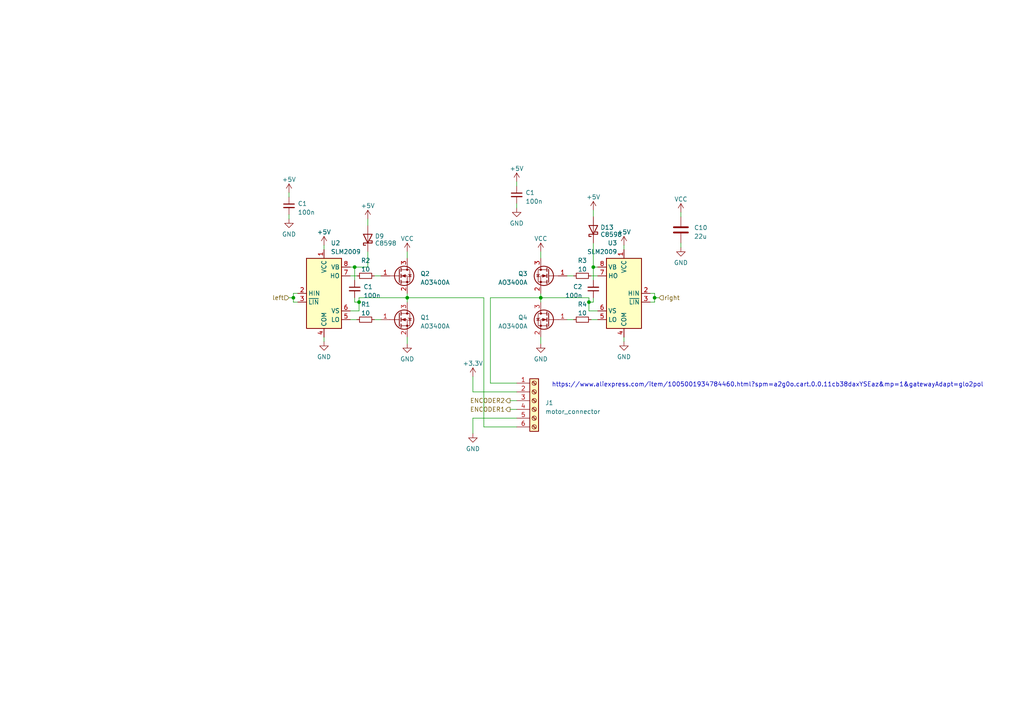
<source format=kicad_sch>
(kicad_sch (version 20230121) (generator eeschema)
  (paper "A4")
  (lib_symbols
    (symbol "Connector:Screw_Terminal_01x06" (pin_names (offset 1.016) hide)
      (property "Reference" "J" (at 0 7.62 0))
      (property "Value" "Screw_Terminal_01x06" (at 0 -10.16 0))
      (symbol "Screw_Terminal_01x06_1_1"
        (rectangle (start -1.27 6.35) (end 1.27 -8.89) (stroke (width 0.254)) (fill (type background)))
        (circle (center 0 -7.62) (radius 0.635) (stroke (width 0.1524)))
        (circle (center 0 -5.08) (radius 0.635) (stroke (width 0.1524)))
        (circle (center 0 -2.54) (radius 0.635) (stroke (width 0.1524)))
        (polyline (pts (xy -0.5334 -7.2898) (xy 0.3302 -8.128)) (stroke (width 0.1524)))
        (polyline (pts (xy -0.5334 -4.7498) (xy 0.3302 -5.588)) (stroke (width 0.1524)))
        (polyline (pts (xy -0.5334 -2.2098) (xy 0.3302 -3.048)) (stroke (width 0.1524)))
        (polyline (pts (xy -0.5334 0.3302) (xy 0.3302 -0.508)) (stroke (width 0.1524)))
        (polyline (pts (xy -0.5334 2.8702) (xy 0.3302 2.032)) (stroke (width 0.1524)))
        (polyline (pts (xy -0.5334 5.4102) (xy 0.3302 4.572)) (stroke (width 0.1524)))
        (polyline (pts (xy -0.3556 -7.112) (xy 0.508 -7.9502)) (stroke (width 0.1524)))
        (polyline (pts (xy -0.3556 -4.572) (xy 0.508 -5.4102)) (stroke (width 0.1524)))
        (polyline (pts (xy -0.3556 -2.032) (xy 0.508 -2.8702)) (stroke (width 0.1524)))
        (polyline (pts (xy -0.3556 0.508) (xy 0.508 -0.3302)) (stroke (width 0.1524)))
        (polyline (pts (xy -0.3556 3.048) (xy 0.508 2.2098)) (stroke (width 0.1524)))
        (polyline (pts (xy -0.3556 5.588) (xy 0.508 4.7498)) (stroke (width 0.1524)))
        (circle (center 0 0) (radius 0.635) (stroke (width 0.1524)))
        (circle (center 0 2.54) (radius 0.635) (stroke (width 0.1524)))
        (circle (center 0 5.08) (radius 0.635) (stroke (width 0.1524)))
        (pin passive line (at -5.08 5.08 0) (length 3.81) (name "Pin_1") (number "1"))
        (pin passive line (at -5.08 2.54 0) (length 3.81) (name "Pin_2") (number "2"))
        (pin passive line (at -5.08 0 0) (length 3.81) (name "Pin_3") (number "3"))
        (pin passive line (at -5.08 -2.54 0) (length 3.81) (name "Pin_4") (number "4"))
        (pin passive line (at -5.08 -5.08 0) (length 3.81) (name "Pin_5") (number "5"))
        (pin passive line (at -5.08 -7.62 0) (length 3.81) (name "Pin_6") (number "6"))
      )
    )
    (symbol "Device:C" (pin_numbers hide) (pin_names (offset 0.254))
      (property "Reference" "C" (at 0.635 2.54 0))
      (property "Value" "C" (at 0.635 -2.54 0))
      (symbol "C_0_1"
        (polyline (pts (xy -2.032 -0.762) (xy 2.032 -0.762)) (stroke (width 0.508)))
        (polyline (pts (xy -2.032 0.762) (xy 2.032 0.762)) (stroke (width 0.508)))
      )
      (symbol "C_1_1"
        (pin passive line (at 0 3.81 270) (length 2.794) (name "~") (number "1"))
        (pin passive line (at 0 -3.81 90) (length 2.794) (name "~") (number "2"))
      )
    )
    (symbol "Device:C_Small" (pin_numbers hide) (pin_names (offset 0.254) hide)
      (property "Reference" "C" (at 0.254 1.778 0))
      (property "Value" "C_Small" (at 0.254 -2.032 0))
      (symbol "C_Small_0_1"
        (polyline (pts (xy -1.524 -0.508) (xy 1.524 -0.508)) (stroke (width 0.3302)))
        (polyline (pts (xy -1.524 0.508) (xy 1.524 0.508)) (stroke (width 0.3048)))
      )
      (symbol "C_Small_1_1"
        (pin passive line (at 0 2.54 270) (length 2.032) (name "~") (number "1"))
        (pin passive line (at 0 -2.54 90) (length 2.032) (name "~") (number "2"))
      )
    )
    (symbol "Device:D_Schottky" (pin_numbers hide) (pin_names (offset 1.016) hide)
      (property "Reference" "D" (at 0 2.54 0))
      (property "Value" "D_Schottky" (at 0 -2.54 0))
      (symbol "D_Schottky_0_1"
        (polyline (pts (xy 1.27 0) (xy -1.27 0)))
        (polyline (pts (xy 1.27 1.27) (xy 1.27 -1.27) (xy -1.27 0) (xy 1.27 1.27)) (stroke (width 0.254)))
        (polyline (pts (xy -1.905 0.635) (xy -1.905 1.27) (xy -1.27 1.27) (xy -1.27 -1.27) (xy -0.635 -1.27) (xy -0.635 -0.635)) (stroke (width 0.254)))
      )
      (symbol "D_Schottky_1_1"
        (pin passive line (at -3.81 0 0) (length 2.54) (name "K") (number "1"))
        (pin passive line (at 3.81 0 180) (length 2.54) (name "A") (number "2"))
      )
    )
    (symbol "Device:R_Small" (pin_numbers hide) (pin_names (offset 0.254) hide)
      (property "Reference" "R" (at 0.762 0.508 0))
      (property "Value" "R_Small" (at 0.762 -1.016 0))
      (symbol "R_Small_0_1"
        (rectangle (start -0.762 1.778) (end 0.762 -1.778) (stroke (width 0.2032)))
      )
      (symbol "R_Small_1_1"
        (pin passive line (at 0 2.54 270) (length 0.762) (name "~") (number "1"))
        (pin passive line (at 0 -2.54 90) (length 0.762) (name "~") (number "2"))
      )
    )
    (symbol "Driver_FET:IR2103"
      (property "Reference" "U" (at 1.27 13.335 0))
      (property "Value" "IR2103" (at 1.27 11.43 0))
      (symbol "IR2103_0_1"
        (rectangle (start -5.08 -10.16) (end 5.08 10.16) (stroke (width 0.254)) (fill (type background)))
      )
      (symbol "IR2103_1_1"
        (pin power_in line (at 0 12.7 270) (length 2.54) (name "VCC") (number "1"))
        (pin input line (at -7.62 0 0) (length 2.54) (name "HIN") (number "2"))
        (pin input line (at -7.62 -2.54 0) (length 2.54) (name "~{LIN}") (number "3"))
        (pin power_in line (at 0 -12.7 90) (length 2.54) (name "COM") (number "4"))
        (pin output line (at 7.62 -7.62 180) (length 2.54) (name "LO") (number "5"))
        (pin passive line (at 7.62 -5.08 180) (length 2.54) (name "VS") (number "6"))
        (pin output line (at 7.62 5.08 180) (length 2.54) (name "HO") (number "7"))
        (pin passive line (at 7.62 7.62 180) (length 2.54) (name "VB") (number "8"))
      )
    )
    (symbol "Transistor_FET:AO3400A" (pin_names hide)
      (property "Reference" "Q" (at 5.08 1.905 0))
      (property "Value" "AO3400A" (at 5.08 0 0))
      (symbol "AO3400A_0_1"
        (polyline (pts (xy 0.254 0) (xy -2.54 0)))
        (polyline (pts (xy 0.254 1.905) (xy 0.254 -1.905)) (stroke (width 0.254)))
        (polyline (pts (xy 0.762 -1.27) (xy 0.762 -2.286)) (stroke (width 0.254)))
        (polyline (pts (xy 0.762 0.508) (xy 0.762 -0.508)) (stroke (width 0.254)))
        (polyline (pts (xy 0.762 2.286) (xy 0.762 1.27)) (stroke (width 0.254)))
        (polyline (pts (xy 2.54 2.54) (xy 2.54 1.778)))
        (polyline (pts (xy 2.54 -2.54) (xy 2.54 0) (xy 0.762 0)))
        (polyline (pts (xy 0.762 -1.778) (xy 3.302 -1.778) (xy 3.302 1.778) (xy 0.762 1.778)))
        (polyline (pts (xy 1.016 0) (xy 2.032 0.381) (xy 2.032 -0.381) (xy 1.016 0)) (fill (type outline)))
        (polyline (pts (xy 2.794 0.508) (xy 2.921 0.381) (xy 3.683 0.381) (xy 3.81 0.254)))
        (polyline (pts (xy 3.302 0.381) (xy 2.921 -0.254) (xy 3.683 -0.254) (xy 3.302 0.381)))
        (circle (center 1.651 0) (radius 2.794) (stroke (width 0.254)))
        (circle (center 2.54 -1.778) (radius 0.254) (fill (type outline)))
        (circle (center 2.54 1.778) (radius 0.254) (fill (type outline)))
      )
      (symbol "AO3400A_1_1"
        (pin input line (at -5.08 0 0) (length 2.54) (name "G") (number "1"))
        (pin passive line (at 2.54 -5.08 90) (length 2.54) (name "S") (number "2"))
        (pin passive line (at 2.54 5.08 270) (length 2.54) (name "D") (number "3"))
      )
    )
    (symbol "power:+3.3V" (power) (pin_names (offset 0))
      (property "Value" "+3.3V" (at 0 3.556 0))
      (symbol "+3.3V_0_1"
        (polyline (pts (xy -0.762 1.27) (xy 0 2.54)))
        (polyline (pts (xy 0 0) (xy 0 2.54)))
        (polyline (pts (xy 0 2.54) (xy 0.762 1.27)))
      )
      (symbol "+3.3V_1_1"
        (pin power_in line (at 0 0 90) (length 0) hide (name "+3.3V") (number "1"))
      )
    )
    (symbol "power:+5V" (power) (pin_names (offset 0))
      (property "Value" "+5V" (at 0 3.556 0))
      (symbol "+5V_0_1"
        (polyline (pts (xy -0.762 1.27) (xy 0 2.54)))
        (polyline (pts (xy 0 0) (xy 0 2.54)))
        (polyline (pts (xy 0 2.54) (xy 0.762 1.27)))
      )
      (symbol "+5V_1_1"
        (pin power_in line (at 0 0 90) (length 0) hide (name "+5V") (number "1"))
      )
    )
    (symbol "power:GND" (power) (pin_names (offset 0))
      (property "Value" "GND" (at 0 -3.81 0))
      (symbol "GND_0_1"
        (polyline (pts (xy 0 0) (xy 0 -1.27) (xy 1.27 -1.27) (xy 0 -2.54) (xy -1.27 -1.27) (xy 0 -1.27)))
      )
      (symbol "GND_1_1"
        (pin power_in line (at 0 0 270) (length 0) hide (name "GND") (number "1"))
      )
    )
    (symbol "power:VCC" (power) (pin_names (offset 0))
      (property "Value" "VCC" (at 0 3.81 0))
      (symbol "VCC_0_1"
        (polyline (pts (xy -0.762 1.27) (xy 0 2.54)))
        (polyline (pts (xy 0 0) (xy 0 2.54)))
        (polyline (pts (xy 0 2.54) (xy 0.762 1.27)))
      )
      (symbol "VCC_1_1"
        (pin power_in line (at 0 0 90) (length 0) hide (name "VCC") (number "1"))
      )
    )
  )
  (junction (at 102.87 77.47))
  (junction (at 156.845 86.36))
  (junction (at 172.085 77.47))
  (junction (at 118.11 86.36))
  (junction (at 85.09 86.36))
  (junction (at 189.865 86.36))
  (junction (at 104.14 87.63))
  (junction (at 170.815 87.63))
  (wire (pts (xy 137.16 113.665) (xy 149.86 113.665)))
  (wire (pts (xy 118.11 86.36) (xy 140.335 86.36)))
  (wire (pts (xy 180.975 97.79) (xy 180.975 99.06)))
  (wire (pts (xy 101.6 80.01) (xy 103.505 80.01)))
  (wire (pts (xy 106.68 63.5) (xy 106.68 65.405)))
  (wire (pts (xy 172.085 87.63) (xy 170.815 87.63)))
  (wire (pts (xy 173.355 77.47) (xy 172.085 77.47)))
  (wire (pts (xy 118.11 97.79) (xy 118.11 99.695)))
  (wire (pts (xy 170.815 86.36) (xy 170.815 87.63)))
  (wire (pts (xy 189.865 87.63) (xy 188.595 87.63)))
  (wire (pts (xy 102.87 87.63) (xy 104.14 87.63)))
  (wire (pts (xy 142.24 86.36) (xy 156.845 86.36)))
  (wire (pts (xy 170.815 90.17) (xy 173.355 90.17)))
  (wire (pts (xy 101.6 92.71) (xy 103.505 92.71)))
  (wire (pts (xy 147.955 118.745) (xy 149.86 118.745)))
  (wire (pts (xy 189.865 85.09) (xy 189.865 86.36)))
  (wire (pts (xy 172.085 70.485) (xy 172.085 77.47)))
  (wire (pts (xy 147.955 116.205) (xy 149.86 116.205)))
  (wire (pts (xy 137.16 121.285) (xy 149.86 121.285)))
  (wire (pts (xy 189.865 86.36) (xy 191.135 86.36)))
  (wire (pts (xy 172.085 81.28) (xy 172.085 77.47)))
  (wire (pts (xy 189.865 86.36) (xy 189.865 87.63)))
  (wire (pts (xy 86.36 85.09) (xy 85.09 85.09)))
  (wire (pts (xy 118.11 73.025) (xy 118.11 74.93)))
  (wire (pts (xy 83.82 86.36) (xy 85.09 86.36)))
  (wire (pts (xy 93.98 71.12) (xy 93.98 72.39)))
  (wire (pts (xy 197.485 61.595) (xy 197.485 62.865)))
  (wire (pts (xy 108.585 92.71) (xy 110.49 92.71)))
  (wire (pts (xy 172.085 60.96) (xy 172.085 62.865)))
  (wire (pts (xy 106.68 73.025) (xy 106.68 77.47)))
  (wire (pts (xy 156.845 86.36) (xy 170.815 86.36)))
  (wire (pts (xy 140.335 123.825) (xy 149.86 123.825)))
  (wire (pts (xy 137.16 125.73) (xy 137.16 121.285)))
  (wire (pts (xy 149.86 59.055) (xy 149.86 60.325)))
  (wire (pts (xy 83.82 55.88) (xy 83.82 57.15)))
  (wire (pts (xy 156.845 97.79) (xy 156.845 99.695)))
  (wire (pts (xy 180.975 71.12) (xy 180.975 72.39)))
  (wire (pts (xy 137.16 113.665) (xy 137.16 109.22)))
  (wire (pts (xy 172.085 86.36) (xy 172.085 87.63)))
  (wire (pts (xy 93.98 97.79) (xy 93.98 99.06)))
  (wire (pts (xy 170.815 87.63) (xy 170.815 90.17)))
  (wire (pts (xy 166.37 80.01) (xy 164.465 80.01)))
  (wire (pts (xy 197.485 70.485) (xy 197.485 71.755)))
  (wire (pts (xy 156.845 73.025) (xy 156.845 74.93)))
  (wire (pts (xy 104.14 90.17) (xy 101.6 90.17)))
  (wire (pts (xy 149.86 52.705) (xy 149.86 53.975)))
  (wire (pts (xy 108.585 80.01) (xy 110.49 80.01)))
  (wire (pts (xy 173.355 92.71) (xy 171.45 92.71)))
  (wire (pts (xy 102.87 81.28) (xy 102.87 77.47)))
  (wire (pts (xy 104.14 87.63) (xy 104.14 90.17)))
  (wire (pts (xy 104.14 86.36) (xy 104.14 87.63)))
  (wire (pts (xy 102.87 86.36) (xy 102.87 87.63)))
  (wire (pts (xy 85.09 86.36) (xy 85.09 87.63)))
  (wire (pts (xy 83.82 62.23) (xy 83.82 63.5)))
  (wire (pts (xy 118.11 86.36) (xy 104.14 86.36)))
  (wire (pts (xy 140.335 86.36) (xy 140.335 123.825)))
  (wire (pts (xy 149.86 111.125) (xy 142.24 111.125)))
  (wire (pts (xy 118.11 86.36) (xy 118.11 87.63)))
  (wire (pts (xy 101.6 77.47) (xy 102.87 77.47)))
  (wire (pts (xy 85.09 87.63) (xy 86.36 87.63)))
  (wire (pts (xy 156.845 85.09) (xy 156.845 86.36)))
  (wire (pts (xy 118.11 85.09) (xy 118.11 86.36)))
  (wire (pts (xy 188.595 85.09) (xy 189.865 85.09)))
  (wire (pts (xy 85.09 85.09) (xy 85.09 86.36)))
  (wire (pts (xy 173.355 80.01) (xy 171.45 80.01)))
  (wire (pts (xy 166.37 92.71) (xy 164.465 92.71)))
  (wire (pts (xy 142.24 111.125) (xy 142.24 86.36)))
  (wire (pts (xy 106.68 77.47) (xy 102.87 77.47)))
  (wire (pts (xy 156.845 86.36) (xy 156.845 87.63)))
  (text "https://www.aliexpress.com/item/1005001934784460.html?spm=a2g0o.cart.0.0.11cb38daxYSEaz&mp=1&gatewayAdapt=glo2pol" (at 160.02 112.395 0) (effects (font (size 1.27 1.27)) (justify left bottom)))
  (hierarchical_label "ENCODER2" (shape output) (at 147.955 116.205 180))
  (hierarchical_label "right" (shape input) (at 191.135 86.36 0))
  (hierarchical_label "ENCODER1" (shape output) (at 147.955 118.745 180))
  (hierarchical_label "left" (shape input) (at 83.82 86.36 180))
  (symbol (lib_id "power:+5V") (at 149.86 52.705 0) (unit 1)
    (property "Reference" "#PWR056" (effects hide))
    (property "Value" "+5V" (at 149.86 48.895 0))
    (instances (project "version_1" (path "" (reference "#PWR056") (unit 1)) (path "" (reference "#PWR057") (unit 1)) (path "" (reference "#PWR087") (unit 1)) (path "" (reference "#PWR089") (unit 1)) (path "" (reference "#PWR091") (unit 1)) (path "" (reference "#PWR093") (unit 1))))
  )
  (symbol (lib_id "Device:D_Schottky") (at 172.085 66.675 90) (unit 1)
    (property "Reference" "D13" (at 174.117 65.9685 90) (effects (justify right)))
    (property "Value" "C8598" (at 174.117 68.0165 90) (effects (justify right)))
    (property "Footprint" "Diode_SMD:D_SOD-123" (effects hide))
    (instances (project "version_1" (path "" (reference "D13") (unit 1)) (path "" (reference "D12") (unit 1)) (path "" (reference "D14") (unit 1)) (path "" (reference "D15") (unit 1))))
  )
  (symbol (lib_id "Connector:Screw_Terminal_01x06") (at 154.94 116.205 0) (unit 1)
    (property "Reference" "J1" (at 158.115 116.84 0) (effects (justify left)))
    (property "Value" "motor_connector" (at 158.115 119.38 0) (effects (justify left)))
    (property "Footprint" "Connector_PinSocket_2.54mm:PinSocket_1x06_P2.54mm_Vertical" (effects hide))
    (instances (project "version_1" (path "" (reference "J1") (unit 1)) (path "" (reference "J2") (unit 1)) (path "" (reference "J3") (unit 1)) (path "" (reference "J4") (unit 1))))
  )
  (symbol (lib_id "Transistor_FET:AO3400A") (at 115.57 80.01 0) (unit 1)
    (property "Reference" "Q2" (at 121.92 79.375 0) (effects (justify left)))
    (property "Value" "AO3400A" (at 121.92 81.915 0) (effects (justify left)))
    (property "Footprint" "Package_TO_SOT_SMD:SOT-23" (effects hide))
    (property "Datasheet" "http://www.aosmd.com/pdfs/datasheet/AO3400A.pdf" (effects hide))
    (instances (project "version_1" (path "" (reference "Q2") (unit 1)) (path "" (reference "Q5") (unit 1)) (path "" (reference "Q1") (unit 1)) (path "" (reference "Q9") (unit 1)) (path "" (reference "Q13") (unit 1))))
  )
  (symbol (lib_id "power:+5V") (at 93.98 71.12 0) (unit 1)
    (property "Reference" "#PWR056" (effects hide))
    (property "Value" "+5V" (at 93.98 67.31 0))
    (instances (project "version_1" (path "" (reference "#PWR056") (unit 1)) (path "" (reference "#PWR057") (unit 1)) (path "" (reference "#PWR01") (unit 1)) (path "" (reference "#PWR04") (unit 1)) (path "" (reference "#PWR011") (unit 1)) (path "" (reference "#PWR017") (unit 1))))
  )
  (symbol (lib_id "power:+5V") (at 180.975 71.12 0) (unit 1)
    (property "Reference" "#PWR056" (effects hide))
    (property "Value" "+5V" (at 180.975 67.31 0))
    (instances (project "version_1" (path "" (reference "#PWR056") (unit 1)) (path "" (reference "#PWR057") (unit 1)) (path "" (reference "#PWR019") (unit 1)) (path "" (reference "#PWR021") (unit 1)) (path "" (reference "#PWR029") (unit 1)) (path "" (reference "#PWR031") (unit 1))))
  )
  (symbol (lib_id "Device:C") (at 197.485 66.675 0) (unit 1)
    (property "Reference" "C10" (at 201.295 66.04 0) (effects (justify left)))
    (property "Value" "22u" (at 201.295 68.58 0) (effects (justify left)))
    (property "Footprint" "Capacitor_SMD:C_0805_2012Metric_Pad1.18x1.45mm_HandSolder" (effects hide))
    (instances (project "version_1" (path "" (reference "C10") (unit 1)) (path "" (reference "C15") (unit 1)) (path "" (reference "C35") (unit 1)) (path "" (reference "C36") (unit 1)) (path "" (reference "C37") (unit 1)) (path "" (reference "C38") (unit 1)) (path "" (reference "C39") (unit 1))))
  )
  (symbol (lib_id "Transistor_FET:AO3400A") (at 159.385 80.01 0) (mirror y) (unit 1)
    (property "Reference" "Q3" (at 153.035 79.375 0) (effects (justify left)))
    (property "Value" "AO3400A" (at 153.035 81.915 0) (effects (justify left)))
    (property "Footprint" "Package_TO_SOT_SMD:SOT-23" (effects hide))
    (property "Datasheet" "http://www.aosmd.com/pdfs/datasheet/AO3400A.pdf" (effects hide))
    (instances (project "version_1" (path "" (reference "Q3") (unit 1)) (path "" (reference "Q7") (unit 1)) (path "" (reference "Q3") (unit 1)) (path "" (reference "Q11") (unit 1)) (path "" (reference "Q15") (unit 1))))
  )
  (symbol (lib_id "Device:C_Small") (at 83.82 59.69 0) (unit 1)
    (property "Reference" "C1" (at 86.36 59.0613 0) (effects (justify left)))
    (property "Value" "100n" (at 86.36 61.6013 0) (effects (justify left)))
    (property "Footprint" "Capacitor_SMD:C_0603_1608Metric_Pad1.08x0.95mm_HandSolder" (effects hide))
    (instances (project "version_1" (path "" (reference "C1") (unit 1)) (path "" (reference "C21") (unit 1)) (path "" (reference "C22") (unit 1)) (path "" (reference "C23") (unit 1)) (path "" (reference "C24") (unit 1))))
  )
  (symbol (lib_id "power:VCC") (at 118.11 73.025 0) (unit 1)
    (property "Reference" "#PWR01" (effects hide))
    (property "Value" "VCC" (at 118.11 69.215 0))
    (instances (project "version_1" (path "" (reference "#PWR01") (unit 1)) (path "" (reference "#PWR013") (unit 1)) (path "" (reference "#PWR05") (unit 1)) (path "" (reference "#PWR023") (unit 1)) (path "" (reference "#PWR033") (unit 1))))
  )
  (symbol (lib_id "power:+5V") (at 106.68 63.5 0) (unit 1)
    (property "Reference" "#PWR056" (effects hide))
    (property "Value" "+5V" (at 106.68 59.69 0))
    (instances (project "version_1" (path "" (reference "#PWR056") (unit 1)) (path "" (reference "#PWR057") (unit 1)) (path "" (reference "#PWR0163") (unit 1)) (path "" (reference "#PWR0164") (unit 1)) (path "" (reference "#PWR0165") (unit 1)) (path "" (reference "#PWR0166") (unit 1))))
  )
  (symbol (lib_id "power:GND") (at 180.975 99.06 0) (mirror y) (unit 1)
    (property "Reference" "#PWR08" (effects hide))
    (property "Value" "GND" (at 180.975 103.505 0))
    (instances (project "version_1" (path "" (reference "#PWR08") (unit 1)) (path "" (reference "#PWR018") (unit 1)) (path "" (reference "#PWR020") (unit 1)) (path "" (reference "#PWR030") (unit 1)) (path "" (reference "#PWR077") (unit 1))))
  )
  (symbol (lib_id "power:+5V") (at 172.085 60.96 0) (unit 1)
    (property "Reference" "#PWR056" (effects hide))
    (property "Value" "+5V" (at 172.085 57.15 0))
    (instances (project "version_1" (path "" (reference "#PWR056") (unit 1)) (path "" (reference "#PWR057") (unit 1)) (path "" (reference "#PWR0167") (unit 1)) (path "" (reference "#PWR0168") (unit 1)) (path "" (reference "#PWR0169") (unit 1)) (path "" (reference "#PWR0170") (unit 1))))
  )
  (symbol (lib_id "power:+5V") (at 83.82 55.88 0) (unit 1)
    (property "Reference" "#PWR056" (effects hide))
    (property "Value" "+5V" (at 83.82 52.07 0))
    (instances (project "version_1" (path "" (reference "#PWR056") (unit 1)) (path "" (reference "#PWR057") (unit 1)) (path "" (reference "#PWR079") (unit 1)) (path "" (reference "#PWR080") (unit 1)) (path "" (reference "#PWR081") (unit 1)) (path "" (reference "#PWR082") (unit 1))))
  )
  (symbol (lib_id "Device:D_Schottky") (at 106.68 69.215 90) (unit 1)
    (property "Reference" "D9" (at 108.712 68.5085 90) (effects (justify right)))
    (property "Value" "C8598" (at 108.712 70.5565 90) (effects (justify right)))
    (property "Footprint" "Diode_SMD:D_SOD-123" (effects hide))
    (instances (project "version_1" (path "" (reference "D9") (unit 1)) (path "" (reference "D8") (unit 1)) (path "" (reference "D10") (unit 1)) (path "" (reference "D11") (unit 1))))
  )
  (symbol (lib_id "power:GND") (at 93.98 99.06 0) (unit 1)
    (property "Reference" "#PWR02" (effects hide))
    (property "Value" "GND" (at 93.98 103.505 0))
    (instances (project "version_1" (path "" (reference "#PWR02") (unit 1)) (path "" (reference "#PWR012") (unit 1)) (path "" (reference "#PWR02") (unit 1)) (path "" (reference "#PWR022") (unit 1)) (path "" (reference "#PWR032") (unit 1))))
  )
  (symbol (lib_id "Device:C_Small") (at 149.86 56.515 0) (unit 1)
    (property "Reference" "C1" (at 152.4 55.8863 0) (effects (justify left)))
    (property "Value" "100n" (at 152.4 58.4263 0) (effects (justify left)))
    (property "Footprint" "Capacitor_SMD:C_0603_1608Metric_Pad1.08x0.95mm_HandSolder" (effects hide))
    (instances (project "version_1" (path "" (reference "C1") (unit 1)) (path "" (reference "C25") (unit 1)) (path "" (reference "C26") (unit 1)) (path "" (reference "C27") (unit 1)) (path "" (reference "C28") (unit 1))))
  )
  (symbol (lib_id "Device:C_Small") (at 172.085 83.82 0) (mirror x) (unit 1)
    (property "Reference" "C2" (at 168.91 83.1786 0) (effects (justify right)))
    (property "Value" "100n" (at 168.91 85.7186 0) (effects (justify right)))
    (property "Footprint" "Capacitor_SMD:C_0603_1608Metric_Pad1.08x0.95mm_HandSolder" (effects hide))
    (instances (project "version_1" (path "" (reference "C2") (unit 1)) (path "" (reference "C4") (unit 1)) (path "" (reference "C2") (unit 1)) (path "" (reference "C6") (unit 1)) (path "" (reference "C8") (unit 1))))
  )
  (symbol (lib_id "power:GND") (at 137.16 125.73 0) (mirror y) (unit 1)
    (property "Reference" "#PWR010" (effects hide))
    (property "Value" "GND" (at 137.16 130.175 0))
    (instances (project "version_1" (path "" (reference "#PWR010") (unit 1)) (path "" (reference "#PWR074") (unit 1)) (path "" (reference "#PWR08") (unit 1)) (path "" (reference "#PWR026") (unit 1)) (path "" (reference "#PWR072") (unit 1))))
  )
  (symbol (lib_id "power:GND") (at 197.485 71.755 0) (unit 1)
    (property "Reference" "#PWR055" (effects hide))
    (property "Value" "GND" (at 197.485 76.2 0))
    (instances (project "version_1" (path "" (reference "#PWR055") (unit 1)) (path "" (reference "#PWR066") (unit 1)) (path "" (reference "#PWR0117") (unit 1)) (path "" (reference "#PWR0119") (unit 1)) (path "" (reference "#PWR0121") (unit 1)) (path "" (reference "#PWR0123") (unit 1)) (path "" (reference "#PWR0125") (unit 1))))
  )
  (symbol (lib_id "Device:C_Small") (at 102.87 83.82 0) (unit 1)
    (property "Reference" "C1" (at 105.41 83.1913 0) (effects (justify left)))
    (property "Value" "100n" (at 105.41 85.7313 0) (effects (justify left)))
    (property "Footprint" "Capacitor_SMD:C_0603_1608Metric_Pad1.08x0.95mm_HandSolder" (effects hide))
    (instances (project "version_1" (path "" (reference "C1") (unit 1)) (path "" (reference "C3") (unit 1)) (path "" (reference "C1") (unit 1)) (path "" (reference "C5") (unit 1)) (path "" (reference "C7") (unit 1))))
  )
  (symbol (lib_id "power:GND") (at 156.845 99.695 0) (mirror y) (unit 1)
    (property "Reference" "#PWR010" (effects hide))
    (property "Value" "GND" (at 156.845 104.14 0))
    (instances (project "version_1" (path "" (reference "#PWR010") (unit 1)) (path "" (reference "#PWR016") (unit 1)) (path "" (reference "#PWR010") (unit 1)) (path "" (reference "#PWR028") (unit 1)) (path "" (reference "#PWR075") (unit 1))))
  )
  (symbol (lib_id "Driver_FET:IR2103") (at 180.975 85.09 0) (mirror y) (unit 1)
    (property "Reference" "U3" (at 179.0191 70.485 0) (effects (justify left)))
    (property "Value" "SLM2009" (at 179.0191 73.025 0) (effects (justify left)))
    (property "Footprint" "Package_SO:SOIC-8_3.9x4.9mm_P1.27mm" (effects hide))
    (property "Datasheet" "https://www.infineon.com/dgdl/ir2103.pdf?fileId=5546d462533600a4015355c7b54b166f" (effects hide))
    (instances (project "version_1" (path "" (reference "U3") (unit 1)) (path "" (reference "U5") (unit 1)) (path "" (reference "U3") (unit 1)) (path "" (reference "U7") (unit 1)) (path "" (reference "U9") (unit 1))))
  )
  (symbol (lib_id "Transistor_FET:AO3400A") (at 159.385 92.71 0) (mirror y) (unit 1)
    (property "Reference" "Q4" (at 153.035 92.075 0) (effects (justify left)))
    (property "Value" "AO3400A" (at 153.035 94.615 0) (effects (justify left)))
    (property "Footprint" "Package_TO_SOT_SMD:SOT-23" (effects hide))
    (property "Datasheet" "http://www.aosmd.com/pdfs/datasheet/AO3400A.pdf" (effects hide))
    (instances (project "version_1" (path "" (reference "Q4") (unit 1)) (path "" (reference "Q8") (unit 1)) (path "" (reference "Q4") (unit 1)) (path "" (reference "Q12") (unit 1)) (path "" (reference "Q16") (unit 1))))
  )
  (symbol (lib_id "power:GND") (at 118.11 99.695 0) (unit 1)
    (property "Reference" "#PWR06" (effects hide))
    (property "Value" "GND" (at 118.11 104.14 0))
    (instances (project "version_1" (path "" (reference "#PWR06") (unit 1)) (path "" (reference "#PWR014") (unit 1)) (path "" (reference "#PWR06") (unit 1)) (path "" (reference "#PWR024") (unit 1)) (path "" (reference "#PWR034") (unit 1))))
  )
  (symbol (lib_id "Transistor_FET:AO3400A") (at 115.57 92.71 0) (unit 1)
    (property "Reference" "Q1" (at 121.92 92.075 0) (effects (justify left)))
    (property "Value" "AO3400A" (at 121.92 94.615 0) (effects (justify left)))
    (property "Footprint" "Package_TO_SOT_SMD:SOT-23" (effects hide))
    (property "Datasheet" "http://www.aosmd.com/pdfs/datasheet/AO3400A.pdf" (effects hide))
    (instances (project "version_1" (path "" (reference "Q1") (unit 1)) (path "" (reference "Q6") (unit 1)) (path "" (reference "Q2") (unit 1)) (path "" (reference "Q10") (unit 1)) (path "" (reference "Q14") (unit 1))))
  )
  (symbol (lib_id "Driver_FET:IR2103") (at 93.98 85.09 0) (unit 1)
    (property "Reference" "U2" (at 95.9359 70.485 0) (effects (justify left)))
    (property "Value" "SLM2009" (at 95.9359 73.025 0) (effects (justify left)))
    (property "Footprint" "Package_SO:SOIC-8_3.9x4.9mm_P1.27mm" (effects hide))
    (property "Datasheet" "https://www.infineon.com/dgdl/ir2103.pdf?fileId=5546d462533600a4015355c7b54b166f" (effects hide))
    (instances (project "version_1" (path "" (reference "U2") (unit 1)) (path "" (reference "U4") (unit 1)) (path "" (reference "U2") (unit 1)) (path "" (reference "U6") (unit 1)) (path "" (reference "U8") (unit 1))))
  )
  (symbol (lib_id "power:GND") (at 149.86 60.325 0) (unit 1)
    (property "Reference" "#PWR02" (effects hide))
    (property "Value" "GND" (at 149.86 64.77 0))
    (instances (project "version_1" (path "" (reference "#PWR02") (unit 1)) (path "" (reference "#PWR088") (unit 1)) (path "" (reference "#PWR090") (unit 1)) (path "" (reference "#PWR092") (unit 1)) (path "" (reference "#PWR094") (unit 1))))
  )
  (symbol (lib_id "power:VCC") (at 156.845 73.025 0) (mirror y) (unit 1)
    (property "Reference" "#PWR09" (effects hide))
    (property "Value" "VCC" (at 156.845 69.215 0))
    (instances (project "version_1" (path "" (reference "#PWR09") (unit 1)) (path "" (reference "#PWR015") (unit 1)) (path "" (reference "#PWR09") (unit 1)) (path "" (reference "#PWR027") (unit 1)) (path "" (reference "#PWR073") (unit 1))))
  )
  (symbol (lib_id "Device:R_Small") (at 106.045 92.71 90) (unit 1)
    (property "Reference" "R1" (at 106.045 88.265 90))
    (property "Value" "10" (at 106.045 90.805 90))
    (property "Footprint" "Resistor_SMD:R_0603_1608Metric_Pad0.98x0.95mm_HandSolder" (effects hide))
    (instances (project "version_1" (path "" (reference "R1") (unit 1)) (path "" (reference "R6") (unit 1)) (path "" (reference "R2") (unit 1)) (path "" (reference "R10") (unit 1)) (path "" (reference "R14") (unit 1))))
  )
  (symbol (lib_id "power:+3.3V") (at 137.16 109.22 0) (unit 1)
    (property "Reference" "#PWR067" (effects hide))
    (property "Value" "+3.3V" (at 137.16 105.41 0))
    (instances (project "version_1" (path "" (reference "#PWR067") (unit 1)) (path "" (reference "#PWR07") (unit 1)) (path "" (reference "#PWR025") (unit 1)) (path "" (reference "#PWR071") (unit 1))))
  )
  (symbol (lib_id "Device:R_Small") (at 168.91 92.71 270) (mirror x) (unit 1)
    (property "Reference" "R4" (at 168.91 88.265 90))
    (property "Value" "10" (at 168.91 90.805 90))
    (property "Footprint" "Resistor_SMD:R_0603_1608Metric_Pad0.98x0.95mm_HandSolder" (effects hide))
    (instances (project "version_1" (path "" (reference "R4") (unit 1)) (path "" (reference "R8") (unit 1)) (path "" (reference "R4") (unit 1)) (path "" (reference "R12") (unit 1)) (path "" (reference "R16") (unit 1))))
  )
  (symbol (lib_id "Device:R_Small") (at 106.045 80.01 90) (unit 1)
    (property "Reference" "R2" (at 106.045 75.565 90))
    (property "Value" "10" (at 106.045 78.105 90))
    (property "Footprint" "Resistor_SMD:R_0603_1608Metric_Pad0.98x0.95mm_HandSolder" (effects hide))
    (instances (project "version_1" (path "" (reference "R2") (unit 1)) (path "" (reference "R5") (unit 1)) (path "" (reference "R1") (unit 1)) (path "" (reference "R9") (unit 1)) (path "" (reference "R13") (unit 1))))
  )
  (symbol (lib_id "Device:R_Small") (at 168.91 80.01 270) (mirror x) (unit 1)
    (property "Reference" "R3" (at 168.91 75.565 90))
    (property "Value" "10" (at 168.91 78.105 90))
    (property "Footprint" "Resistor_SMD:R_0603_1608Metric_Pad0.98x0.95mm_HandSolder" (effects hide))
    (instances (project "version_1" (path "" (reference "R3") (unit 1)) (path "" (reference "R7") (unit 1)) (path "" (reference "R3") (unit 1)) (path "" (reference "R11") (unit 1)) (path "" (reference "R15") (unit 1))))
  )
  (symbol (lib_id "power:GND") (at 83.82 63.5 0) (unit 1)
    (property "Reference" "#PWR02" (effects hide))
    (property "Value" "GND" (at 83.82 67.945 0))
    (instances (project "version_1" (path "" (reference "#PWR02") (unit 1)) (path "" (reference "#PWR083") (unit 1)) (path "" (reference "#PWR084") (unit 1)) (path "" (reference "#PWR085") (unit 1)) (path "" (reference "#PWR086") (unit 1))))
  )
  (symbol (lib_id "power:VCC") (at 197.485 61.595 0) (unit 1)
    (property "Reference" "#PWR051" (effects hide))
    (property "Value" "VCC" (at 197.485 57.785 0))
    (instances (project "version_1" (path "" (reference "#PWR051") (unit 1)) (path "" (reference "#PWR065") (unit 1)) (path "" (reference "#PWR0116") (unit 1)) (path "" (reference "#PWR0118") (unit 1)) (path "" (reference "#PWR0120") (unit 1)) (path "" (reference "#PWR0122") (unit 1)) (path "" (reference "#PWR0124") (unit 1))))
  )
)
</source>
